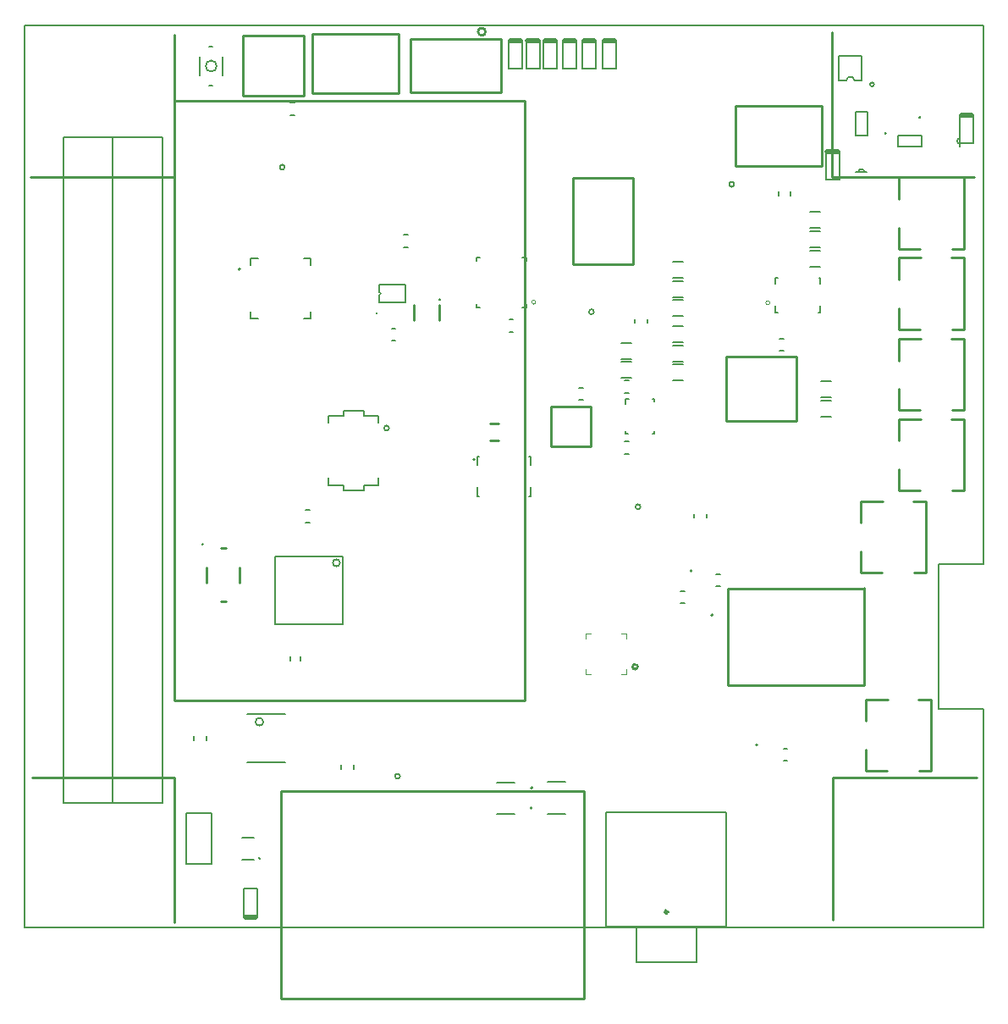
<source format=gto>
G04*
G04 #@! TF.GenerationSoftware,Altium Limited,Altium Designer,18.1.9 (240)*
G04*
G04 Layer_Color=65535*
%FSLAX44Y44*%
%MOMM*%
G71*
G01*
G75*
%ADD10C,0.2032*%
%ADD11C,0.2000*%
%ADD12C,0.0000*%
%ADD13C,0.2540*%
%ADD14C,0.1524*%
%ADD15C,0.3000*%
%ADD16C,0.1778*%
%ADD17C,0.1270*%
%ADD18C,0.5000*%
%ADD19C,0.1000*%
%ADD20C,0.1520*%
D10*
X450012Y467960D02*
G03*
X450012Y467960I-762J0D01*
G01*
X227330Y165330D02*
X260330D01*
X222330D02*
X227330D01*
Y213330D02*
X260330D01*
X222330D02*
X227330D01*
D11*
X364400Y499200D02*
G03*
X364400Y499200I-2500J0D01*
G01*
X507395Y119236D02*
G03*
X507395Y119236I-1000J0D01*
G01*
X508195Y139540D02*
G03*
X508195Y139540I-1000J0D01*
G01*
X569351Y615374D02*
G03*
X569351Y615374I-2500J0D01*
G01*
X733171Y182318D02*
G03*
X733171Y182318I-1000J0D01*
G01*
X667482Y356420D02*
G03*
X667482Y356420I-1000J0D01*
G01*
X616000Y420520D02*
G03*
X616000Y420520I-2500J0D01*
G01*
X688578Y312180D02*
G03*
X688578Y312180I-1000J0D01*
G01*
X375340Y151120D02*
G03*
X375340Y151120I-2500J0D01*
G01*
X260041Y759984D02*
G03*
X260041Y759984I-2500J0D01*
G01*
X709686Y742788D02*
G03*
X709686Y742788I-2500J0D01*
G01*
X215680Y657960D02*
G03*
X215680Y657960I-1000J0D01*
G01*
X191960Y861060D02*
G03*
X191960Y861060I-5500J0D01*
G01*
X849566Y842662D02*
G03*
X849566Y842662I-1984J0D01*
G01*
X829992Y846472D02*
G03*
X821992Y846472I-4000J0D01*
G01*
X354520Y631929D02*
G03*
X354520Y635179I0J1625D01*
G01*
X303900Y504200D02*
Y511700D01*
X318900D01*
Y516700D01*
X338900D01*
Y511700D02*
Y516700D01*
Y511700D02*
X353900D01*
Y504200D02*
Y511700D01*
X303900Y441700D02*
Y449200D01*
Y441700D02*
X318900D01*
Y436700D02*
Y441700D01*
Y436700D02*
X338900D01*
Y441700D01*
X353900D01*
Y449200D01*
X161260Y63284D02*
Y114084D01*
Y63284D02*
X186660D01*
Y114084D01*
X161260D02*
X186660D01*
X218995Y10260D02*
Y38750D01*
X232495D01*
Y10260D02*
Y38750D01*
X281107Y404514D02*
X285107D01*
X281107Y417014D02*
X285107D01*
X785229Y695914D02*
X795229D01*
X785229Y679914D02*
X795229D01*
X785229Y676169D02*
X795229D01*
X785229Y660169D02*
X795229D01*
X753756Y731748D02*
Y735748D01*
X766256Y731748D02*
Y735748D01*
X785229Y715659D02*
X795229D01*
X785229Y699659D02*
X795229D01*
X758959Y178970D02*
X762959D01*
X758959Y166470D02*
X762959D01*
X630047Y493885D02*
Y495885D01*
X628047Y493885D02*
X630047D01*
Y525885D02*
Y527885D01*
X628047D02*
X630047D01*
X601047Y493885D02*
X603047D01*
X601047D02*
Y495885D01*
Y522885D02*
Y527885D01*
X604547D01*
X600347Y473480D02*
X604347D01*
X600347Y485980D02*
X604347D01*
X691420Y353300D02*
X695420D01*
X691420Y340800D02*
X695420D01*
X655860Y323950D02*
X659860D01*
X655860Y336450D02*
X659860D01*
X329350Y158200D02*
Y162200D01*
X316850Y158200D02*
Y162200D01*
X265701Y824540D02*
X269701D01*
X265701Y812040D02*
X269701D01*
X88250Y790050D02*
X137750D01*
Y124550D02*
Y790050D01*
X88250Y124550D02*
X137750D01*
X88250D02*
Y790050D01*
X648712Y649338D02*
X658712D01*
X648712Y665338D02*
X658712D01*
X648712Y630275D02*
X658712D01*
X648712Y646275D02*
X658712D01*
X648712Y611212D02*
X658712D01*
X648712Y627212D02*
X658712D01*
X648712Y584813D02*
X658712D01*
X648712Y600813D02*
X658712D01*
X648712Y565750D02*
X658712D01*
X648712Y581750D02*
X658712D01*
X648712Y546687D02*
X658712D01*
X648712Y562687D02*
X658712D01*
X596726Y584250D02*
X606726D01*
X596726Y568251D02*
X606726D01*
X796562Y510411D02*
X806562D01*
X796562Y526411D02*
X806562D01*
X796562Y530168D02*
X806562D01*
X796562Y546168D02*
X806562D01*
X596726Y565700D02*
X606726D01*
X596726Y549700D02*
X606726D01*
X669390Y409480D02*
Y413480D01*
X681890Y409480D02*
Y413480D01*
X831478Y791333D02*
X833764D01*
X840114D01*
X831478D02*
Y815463D01*
X842654Y791333D02*
Y815463D01*
X831478D02*
X842654D01*
X840114Y791333D02*
X842654D01*
X801199Y747696D02*
Y776186D01*
Y747696D02*
X814699D01*
Y776186D01*
X897620Y780658D02*
Y782944D01*
Y789294D01*
X873490Y780658D02*
X897620D01*
X873490Y791834D02*
X897620D01*
X873490Y780658D02*
Y791834D01*
X897620Y789294D02*
Y791834D01*
X935590Y783980D02*
Y812470D01*
Y783980D02*
X949090D01*
Y812470D01*
X174710Y851560D02*
Y870560D01*
X184710Y880310D02*
X187960D01*
X197960Y851560D02*
Y870560D01*
X184710Y841810D02*
X187960D01*
X578293Y858413D02*
Y886903D01*
Y858413D02*
X591793D01*
Y886903D01*
X557579Y858413D02*
Y886903D01*
Y858413D02*
X571079D01*
Y886903D01*
X538344Y858413D02*
Y886903D01*
Y858413D02*
X551844D01*
Y886903D01*
X518835Y858413D02*
Y886903D01*
Y858413D02*
X532335D01*
Y886903D01*
X501631Y858413D02*
Y886903D01*
Y858413D02*
X515131D01*
Y886903D01*
X484107Y858413D02*
Y886903D01*
Y858413D02*
X497607D01*
Y886903D01*
X38750Y124550D02*
Y790050D01*
Y124550D02*
X88250D01*
Y790050D01*
X38750D02*
X88250D01*
X837168Y846258D02*
Y871258D01*
X814308D02*
X837168D01*
X814308Y846258D02*
Y871258D01*
Y846258D02*
X821928D01*
X830056D02*
X837168D01*
X181540Y187330D02*
Y191330D01*
X169040Y187330D02*
Y191330D01*
X554685Y527201D02*
X558685D01*
X554685Y539701D02*
X558685D01*
X623059Y604175D02*
Y608175D01*
X610559Y604175D02*
Y608175D01*
X600347Y546940D02*
X604347D01*
X600347Y534440D02*
X604347D01*
X754920Y576260D02*
X758920D01*
X754920Y588760D02*
X758920D01*
X275470Y266684D02*
Y270684D01*
X265470Y266684D02*
Y270684D01*
X484660Y607900D02*
X488660D01*
X484660Y595400D02*
X488660D01*
X354520Y624472D02*
Y631929D01*
Y635179D02*
Y642760D01*
X380520D01*
Y624472D02*
Y642760D01*
X354520Y624472D02*
X380520D01*
X366920Y586354D02*
X370920D01*
X366920Y598854D02*
X370920D01*
X378960Y679654D02*
X382960D01*
X378960Y692154D02*
X382960D01*
D12*
X745359Y624418D02*
G03*
X745359Y624418I-2000J0D01*
G01*
X178960Y382844D02*
G03*
X178960Y382844I-1000J0D01*
G01*
X511250Y624940D02*
G03*
X511250Y624940I-2000J0D01*
G01*
D13*
X234952Y68580D02*
G03*
X234952Y68580I-2J0D01*
G01*
X613030Y260599D02*
G03*
X613030Y260599I-2540J0D01*
G01*
X860942Y793873D02*
G03*
X860942Y793873I-254J0D01*
G01*
X895334Y809868D02*
G03*
X895334Y809868I-254J0D01*
G01*
X461010Y895350D02*
G03*
X461010Y895350I-3810J0D01*
G01*
X415029Y627554D02*
G03*
X415029Y627554I-359J0D01*
G01*
X352042Y613786D02*
G03*
X351928Y613804I-114J-341D01*
G01*
X526459Y480849D02*
Y520849D01*
X526453Y480619D02*
X566453D01*
Y480849D02*
Y520849D01*
X526453D02*
X566453D01*
X939340Y678225D02*
Y749726D01*
X927107D02*
X939340D01*
X927489Y678225D02*
X939340D01*
X874339D02*
Y699498D01*
Y678225D02*
X895611D01*
X874339Y749726D02*
X896247D01*
X874339Y727946D02*
Y749726D01*
X939340Y597981D02*
Y669481D01*
X927107D02*
X939340D01*
X927489Y597981D02*
X939340D01*
X874339D02*
Y619253D01*
Y597981D02*
X895611D01*
X874339Y669481D02*
X896247D01*
X874339Y647701D02*
Y669481D01*
X214970Y344724D02*
Y359964D01*
X195920Y325674D02*
X201000D01*
X181950Y344724D02*
Y359964D01*
X195920Y379014D02*
X201000D01*
X465582Y486664D02*
X474218D01*
X465582Y503936D02*
X474218D01*
X874338Y566731D02*
Y588511D01*
X896246D01*
X874338Y517010D02*
X895610D01*
X874338D02*
Y538283D01*
X927488Y517010D02*
X939338D01*
X927106Y588511D02*
X939338D01*
Y517010D02*
Y588511D01*
X874338Y486486D02*
Y508266D01*
X896246D01*
X874338Y436766D02*
X895610D01*
X874338D02*
Y458038D01*
X927488Y436766D02*
X939338D01*
X927106Y508266D02*
X939338D01*
Y436766D02*
Y508266D01*
X836254Y404400D02*
Y426180D01*
X858162D01*
X836254Y354680D02*
X857526D01*
X836254D02*
Y375952D01*
X889404Y354680D02*
X901254D01*
X889022Y426180D02*
X901254D01*
Y354680D02*
Y426180D01*
X841334Y206280D02*
Y228060D01*
X863242D01*
X841334Y156560D02*
X862606D01*
X841334D02*
Y177832D01*
X894484Y156560D02*
X906334D01*
X894102Y228060D02*
X906334D01*
Y156560D02*
Y228060D01*
X703359Y338896D02*
X839186D01*
X703359Y241929D02*
Y338896D01*
Y241929D02*
X839822D01*
Y339085D01*
X807720Y750000D02*
X949960D01*
X548428Y662940D02*
X608372D01*
Y749300D01*
X548428D02*
X608372D01*
X548428Y662940D02*
Y749300D01*
X711200Y760987D02*
Y820931D01*
Y760987D02*
X797560D01*
Y820931D01*
X711200D02*
X797560D01*
X807720Y750000D02*
Y894560D01*
X5300Y750000D02*
X149860D01*
Y892240D01*
Y5300D02*
Y149860D01*
X7620D02*
X149860D01*
X807941Y7860D02*
Y150100D01*
X952500D01*
X701600Y505980D02*
Y570980D01*
Y505980D02*
X771600D01*
Y570980D01*
X701600D02*
X771600D01*
X150000Y226700D02*
Y826700D01*
X500000D01*
Y226700D02*
Y826700D01*
X150000Y226700D02*
X500000D01*
X374080Y833628D02*
Y893572D01*
X287720D02*
X374080D01*
X287720Y833628D02*
Y893572D01*
Y833628D02*
X374080D01*
X386080Y834390D02*
X476758D01*
X386080Y887730D02*
X476758D01*
Y834390D02*
Y887730D01*
X386080Y834390D02*
Y887730D01*
X218440Y891252D02*
X279400D01*
Y831308D02*
Y891252D01*
X218440Y831308D02*
X279400D01*
X218440D02*
Y891252D01*
X255970Y-70900D02*
X559500D01*
Y136110D01*
X255970D02*
X559500D01*
X255970Y-70900D02*
Y136110D01*
X414670Y607234D02*
Y622474D01*
X389270Y607234D02*
Y622474D01*
D14*
X315324Y364536D02*
G03*
X315324Y364536I-3592J0D01*
G01*
X839888Y754953D02*
G03*
X833792Y754953I-3048J0D01*
G01*
X935720Y789068D02*
G03*
X935720Y782972I0J-3048D01*
G01*
X238603Y205586D02*
G03*
X238603Y205586I-3877J0D01*
G01*
X217414Y67470D02*
X229627D01*
X217414Y90010D02*
X229627D01*
X318300Y303104D02*
Y371104D01*
X250300D02*
X318300D01*
X250300Y303104D02*
Y371104D01*
Y303104D02*
X318300D01*
X831506Y754953D02*
X833792D01*
X839888D01*
X842174D01*
X935720Y780686D02*
Y782972D01*
Y789068D01*
Y791354D01*
D15*
X643240Y15480D02*
G03*
X643240Y15480I-1500J0D01*
G01*
D16*
X452500Y430900D02*
X454500D01*
X452500D02*
Y439900D01*
X504500Y470900D02*
X506500D01*
Y461900D02*
Y470900D01*
X504500Y430900D02*
X506500D01*
Y439900D01*
X452500Y470900D02*
X454500D01*
X452500Y461900D02*
Y470900D01*
D17*
X750958Y614768D02*
Y621268D01*
Y614768D02*
X752959D01*
X750958Y643268D02*
Y649768D01*
X752959D01*
X795959Y643268D02*
Y649768D01*
X794459D02*
X795959D01*
Y614768D02*
Y621268D01*
X793959Y614768D02*
X795959D01*
X472595Y144936D02*
X490195D01*
X472595Y113536D02*
X490195D01*
X523395Y113840D02*
X540995D01*
X523395Y145240D02*
X540995D01*
X226130Y608660D02*
Y615660D01*
Y608660D02*
X233130D01*
X286130D02*
Y615660D01*
X279130Y608660D02*
X286130D01*
Y661660D02*
Y668660D01*
X279130D02*
X286130D01*
X226130Y661660D02*
Y668660D01*
X233130D01*
X671740Y-34520D02*
Y480D01*
X611740Y-34520D02*
X671740D01*
X611740D02*
Y480D01*
X671740D02*
X701740D01*
X611740D02*
X671740D01*
X581740D02*
X611740D01*
X701740D02*
Y115480D01*
X581740D02*
X701740D01*
X581740Y480D02*
Y115480D01*
X501500Y620040D02*
Y623540D01*
Y666540D02*
Y670040D01*
X451500Y620040D02*
Y623540D01*
Y666540D02*
Y670040D01*
X498000Y620040D02*
X501500D01*
X498000Y670040D02*
X501500D01*
X451500Y620040D02*
X455000D01*
X451500Y670040D02*
X455000D01*
D18*
X220515Y10510D02*
X231015D01*
X802679Y775936D02*
X813179D01*
X937070Y812220D02*
X947570D01*
X579773Y886653D02*
X590273D01*
X559059D02*
X569559D01*
X539824D02*
X550324D01*
X520315D02*
X530815D01*
X503111D02*
X513611D01*
X485587D02*
X496087D01*
D19*
X560780Y252799D02*
Y257879D01*
Y252799D02*
X565860D01*
X601780Y288719D02*
Y293799D01*
X596700D02*
X601780D01*
Y252799D02*
Y257879D01*
X560780Y293799D02*
X565860D01*
X596700Y252799D02*
X601780D01*
X560780Y288719D02*
Y293799D01*
D20*
X958850Y363220D02*
Y901700D01*
X0D02*
X958850D01*
X0Y0D02*
Y901700D01*
Y0D02*
X958850D01*
Y218440D01*
X914400D02*
X958850D01*
X914400D02*
Y363220D01*
X958850D01*
M02*

</source>
